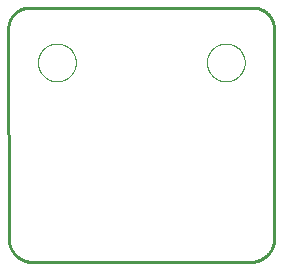
<source format=gbo>
G04 EAGLE Gerber RS-274X export*
G75*
%MOMM*%
%FSLAX34Y34*%
%LPD*%
%INSilk bottom*%
%IPPOS*%
%AMOC8*
5,1,8,0,0,1.08239X$1,22.5*%
G01*
%ADD10C,0.000000*%
%ADD11C,0.254000*%


D10*
X-87500Y64000D02*
X-87495Y64393D01*
X-87481Y64785D01*
X-87457Y65177D01*
X-87423Y65568D01*
X-87380Y65959D01*
X-87327Y66348D01*
X-87264Y66735D01*
X-87193Y67121D01*
X-87111Y67506D01*
X-87021Y67888D01*
X-86920Y68267D01*
X-86811Y68645D01*
X-86692Y69019D01*
X-86565Y69390D01*
X-86428Y69758D01*
X-86282Y70123D01*
X-86127Y70484D01*
X-85964Y70841D01*
X-85792Y71194D01*
X-85611Y71542D01*
X-85421Y71886D01*
X-85224Y72226D01*
X-85018Y72560D01*
X-84804Y72889D01*
X-84581Y73213D01*
X-84351Y73531D01*
X-84114Y73844D01*
X-83868Y74150D01*
X-83615Y74451D01*
X-83355Y74745D01*
X-83088Y75033D01*
X-82814Y75314D01*
X-82533Y75588D01*
X-82245Y75855D01*
X-81951Y76115D01*
X-81650Y76368D01*
X-81344Y76614D01*
X-81031Y76851D01*
X-80713Y77081D01*
X-80389Y77304D01*
X-80060Y77518D01*
X-79726Y77724D01*
X-79386Y77921D01*
X-79042Y78111D01*
X-78694Y78292D01*
X-78341Y78464D01*
X-77984Y78627D01*
X-77623Y78782D01*
X-77258Y78928D01*
X-76890Y79065D01*
X-76519Y79192D01*
X-76145Y79311D01*
X-75767Y79420D01*
X-75388Y79521D01*
X-75006Y79611D01*
X-74621Y79693D01*
X-74235Y79764D01*
X-73848Y79827D01*
X-73459Y79880D01*
X-73068Y79923D01*
X-72677Y79957D01*
X-72285Y79981D01*
X-71893Y79995D01*
X-71500Y80000D01*
X-71107Y79995D01*
X-70715Y79981D01*
X-70323Y79957D01*
X-69932Y79923D01*
X-69541Y79880D01*
X-69152Y79827D01*
X-68765Y79764D01*
X-68379Y79693D01*
X-67994Y79611D01*
X-67612Y79521D01*
X-67233Y79420D01*
X-66855Y79311D01*
X-66481Y79192D01*
X-66110Y79065D01*
X-65742Y78928D01*
X-65377Y78782D01*
X-65016Y78627D01*
X-64659Y78464D01*
X-64306Y78292D01*
X-63958Y78111D01*
X-63614Y77921D01*
X-63274Y77724D01*
X-62940Y77518D01*
X-62611Y77304D01*
X-62287Y77081D01*
X-61969Y76851D01*
X-61656Y76614D01*
X-61350Y76368D01*
X-61049Y76115D01*
X-60755Y75855D01*
X-60467Y75588D01*
X-60186Y75314D01*
X-59912Y75033D01*
X-59645Y74745D01*
X-59385Y74451D01*
X-59132Y74150D01*
X-58886Y73844D01*
X-58649Y73531D01*
X-58419Y73213D01*
X-58196Y72889D01*
X-57982Y72560D01*
X-57776Y72226D01*
X-57579Y71886D01*
X-57389Y71542D01*
X-57208Y71194D01*
X-57036Y70841D01*
X-56873Y70484D01*
X-56718Y70123D01*
X-56572Y69758D01*
X-56435Y69390D01*
X-56308Y69019D01*
X-56189Y68645D01*
X-56080Y68267D01*
X-55979Y67888D01*
X-55889Y67506D01*
X-55807Y67121D01*
X-55736Y66735D01*
X-55673Y66348D01*
X-55620Y65959D01*
X-55577Y65568D01*
X-55543Y65177D01*
X-55519Y64785D01*
X-55505Y64393D01*
X-55500Y64000D01*
X-55505Y63607D01*
X-55519Y63215D01*
X-55543Y62823D01*
X-55577Y62432D01*
X-55620Y62041D01*
X-55673Y61652D01*
X-55736Y61265D01*
X-55807Y60879D01*
X-55889Y60494D01*
X-55979Y60112D01*
X-56080Y59733D01*
X-56189Y59355D01*
X-56308Y58981D01*
X-56435Y58610D01*
X-56572Y58242D01*
X-56718Y57877D01*
X-56873Y57516D01*
X-57036Y57159D01*
X-57208Y56806D01*
X-57389Y56458D01*
X-57579Y56114D01*
X-57776Y55774D01*
X-57982Y55440D01*
X-58196Y55111D01*
X-58419Y54787D01*
X-58649Y54469D01*
X-58886Y54156D01*
X-59132Y53850D01*
X-59385Y53549D01*
X-59645Y53255D01*
X-59912Y52967D01*
X-60186Y52686D01*
X-60467Y52412D01*
X-60755Y52145D01*
X-61049Y51885D01*
X-61350Y51632D01*
X-61656Y51386D01*
X-61969Y51149D01*
X-62287Y50919D01*
X-62611Y50696D01*
X-62940Y50482D01*
X-63274Y50276D01*
X-63614Y50079D01*
X-63958Y49889D01*
X-64306Y49708D01*
X-64659Y49536D01*
X-65016Y49373D01*
X-65377Y49218D01*
X-65742Y49072D01*
X-66110Y48935D01*
X-66481Y48808D01*
X-66855Y48689D01*
X-67233Y48580D01*
X-67612Y48479D01*
X-67994Y48389D01*
X-68379Y48307D01*
X-68765Y48236D01*
X-69152Y48173D01*
X-69541Y48120D01*
X-69932Y48077D01*
X-70323Y48043D01*
X-70715Y48019D01*
X-71107Y48005D01*
X-71500Y48000D01*
X-71893Y48005D01*
X-72285Y48019D01*
X-72677Y48043D01*
X-73068Y48077D01*
X-73459Y48120D01*
X-73848Y48173D01*
X-74235Y48236D01*
X-74621Y48307D01*
X-75006Y48389D01*
X-75388Y48479D01*
X-75767Y48580D01*
X-76145Y48689D01*
X-76519Y48808D01*
X-76890Y48935D01*
X-77258Y49072D01*
X-77623Y49218D01*
X-77984Y49373D01*
X-78341Y49536D01*
X-78694Y49708D01*
X-79042Y49889D01*
X-79386Y50079D01*
X-79726Y50276D01*
X-80060Y50482D01*
X-80389Y50696D01*
X-80713Y50919D01*
X-81031Y51149D01*
X-81344Y51386D01*
X-81650Y51632D01*
X-81951Y51885D01*
X-82245Y52145D01*
X-82533Y52412D01*
X-82814Y52686D01*
X-83088Y52967D01*
X-83355Y53255D01*
X-83615Y53549D01*
X-83868Y53850D01*
X-84114Y54156D01*
X-84351Y54469D01*
X-84581Y54787D01*
X-84804Y55111D01*
X-85018Y55440D01*
X-85224Y55774D01*
X-85421Y56114D01*
X-85611Y56458D01*
X-85792Y56806D01*
X-85964Y57159D01*
X-86127Y57516D01*
X-86282Y57877D01*
X-86428Y58242D01*
X-86565Y58610D01*
X-86692Y58981D01*
X-86811Y59355D01*
X-86920Y59733D01*
X-87021Y60112D01*
X-87111Y60494D01*
X-87193Y60879D01*
X-87264Y61265D01*
X-87327Y61652D01*
X-87380Y62041D01*
X-87423Y62432D01*
X-87457Y62823D01*
X-87481Y63215D01*
X-87495Y63607D01*
X-87500Y64000D01*
X55500Y64000D02*
X55505Y64393D01*
X55519Y64785D01*
X55543Y65177D01*
X55577Y65568D01*
X55620Y65959D01*
X55673Y66348D01*
X55736Y66735D01*
X55807Y67121D01*
X55889Y67506D01*
X55979Y67888D01*
X56080Y68267D01*
X56189Y68645D01*
X56308Y69019D01*
X56435Y69390D01*
X56572Y69758D01*
X56718Y70123D01*
X56873Y70484D01*
X57036Y70841D01*
X57208Y71194D01*
X57389Y71542D01*
X57579Y71886D01*
X57776Y72226D01*
X57982Y72560D01*
X58196Y72889D01*
X58419Y73213D01*
X58649Y73531D01*
X58886Y73844D01*
X59132Y74150D01*
X59385Y74451D01*
X59645Y74745D01*
X59912Y75033D01*
X60186Y75314D01*
X60467Y75588D01*
X60755Y75855D01*
X61049Y76115D01*
X61350Y76368D01*
X61656Y76614D01*
X61969Y76851D01*
X62287Y77081D01*
X62611Y77304D01*
X62940Y77518D01*
X63274Y77724D01*
X63614Y77921D01*
X63958Y78111D01*
X64306Y78292D01*
X64659Y78464D01*
X65016Y78627D01*
X65377Y78782D01*
X65742Y78928D01*
X66110Y79065D01*
X66481Y79192D01*
X66855Y79311D01*
X67233Y79420D01*
X67612Y79521D01*
X67994Y79611D01*
X68379Y79693D01*
X68765Y79764D01*
X69152Y79827D01*
X69541Y79880D01*
X69932Y79923D01*
X70323Y79957D01*
X70715Y79981D01*
X71107Y79995D01*
X71500Y80000D01*
X71893Y79995D01*
X72285Y79981D01*
X72677Y79957D01*
X73068Y79923D01*
X73459Y79880D01*
X73848Y79827D01*
X74235Y79764D01*
X74621Y79693D01*
X75006Y79611D01*
X75388Y79521D01*
X75767Y79420D01*
X76145Y79311D01*
X76519Y79192D01*
X76890Y79065D01*
X77258Y78928D01*
X77623Y78782D01*
X77984Y78627D01*
X78341Y78464D01*
X78694Y78292D01*
X79042Y78111D01*
X79386Y77921D01*
X79726Y77724D01*
X80060Y77518D01*
X80389Y77304D01*
X80713Y77081D01*
X81031Y76851D01*
X81344Y76614D01*
X81650Y76368D01*
X81951Y76115D01*
X82245Y75855D01*
X82533Y75588D01*
X82814Y75314D01*
X83088Y75033D01*
X83355Y74745D01*
X83615Y74451D01*
X83868Y74150D01*
X84114Y73844D01*
X84351Y73531D01*
X84581Y73213D01*
X84804Y72889D01*
X85018Y72560D01*
X85224Y72226D01*
X85421Y71886D01*
X85611Y71542D01*
X85792Y71194D01*
X85964Y70841D01*
X86127Y70484D01*
X86282Y70123D01*
X86428Y69758D01*
X86565Y69390D01*
X86692Y69019D01*
X86811Y68645D01*
X86920Y68267D01*
X87021Y67888D01*
X87111Y67506D01*
X87193Y67121D01*
X87264Y66735D01*
X87327Y66348D01*
X87380Y65959D01*
X87423Y65568D01*
X87457Y65177D01*
X87481Y64785D01*
X87495Y64393D01*
X87500Y64000D01*
X87495Y63607D01*
X87481Y63215D01*
X87457Y62823D01*
X87423Y62432D01*
X87380Y62041D01*
X87327Y61652D01*
X87264Y61265D01*
X87193Y60879D01*
X87111Y60494D01*
X87021Y60112D01*
X86920Y59733D01*
X86811Y59355D01*
X86692Y58981D01*
X86565Y58610D01*
X86428Y58242D01*
X86282Y57877D01*
X86127Y57516D01*
X85964Y57159D01*
X85792Y56806D01*
X85611Y56458D01*
X85421Y56114D01*
X85224Y55774D01*
X85018Y55440D01*
X84804Y55111D01*
X84581Y54787D01*
X84351Y54469D01*
X84114Y54156D01*
X83868Y53850D01*
X83615Y53549D01*
X83355Y53255D01*
X83088Y52967D01*
X82814Y52686D01*
X82533Y52412D01*
X82245Y52145D01*
X81951Y51885D01*
X81650Y51632D01*
X81344Y51386D01*
X81031Y51149D01*
X80713Y50919D01*
X80389Y50696D01*
X80060Y50482D01*
X79726Y50276D01*
X79386Y50079D01*
X79042Y49889D01*
X78694Y49708D01*
X78341Y49536D01*
X77984Y49373D01*
X77623Y49218D01*
X77258Y49072D01*
X76890Y48935D01*
X76519Y48808D01*
X76145Y48689D01*
X75767Y48580D01*
X75388Y48479D01*
X75006Y48389D01*
X74621Y48307D01*
X74235Y48236D01*
X73848Y48173D01*
X73459Y48120D01*
X73068Y48077D01*
X72677Y48043D01*
X72285Y48019D01*
X71893Y48005D01*
X71500Y48000D01*
X71107Y48005D01*
X70715Y48019D01*
X70323Y48043D01*
X69932Y48077D01*
X69541Y48120D01*
X69152Y48173D01*
X68765Y48236D01*
X68379Y48307D01*
X67994Y48389D01*
X67612Y48479D01*
X67233Y48580D01*
X66855Y48689D01*
X66481Y48808D01*
X66110Y48935D01*
X65742Y49072D01*
X65377Y49218D01*
X65016Y49373D01*
X64659Y49536D01*
X64306Y49708D01*
X63958Y49889D01*
X63614Y50079D01*
X63274Y50276D01*
X62940Y50482D01*
X62611Y50696D01*
X62287Y50919D01*
X61969Y51149D01*
X61656Y51386D01*
X61350Y51632D01*
X61049Y51885D01*
X60755Y52145D01*
X60467Y52412D01*
X60186Y52686D01*
X59912Y52967D01*
X59645Y53255D01*
X59385Y53549D01*
X59132Y53850D01*
X58886Y54156D01*
X58649Y54469D01*
X58419Y54787D01*
X58196Y55111D01*
X57982Y55440D01*
X57776Y55774D01*
X57579Y56114D01*
X57389Y56458D01*
X57208Y56806D01*
X57036Y57159D01*
X56873Y57516D01*
X56718Y57877D01*
X56572Y58242D01*
X56435Y58610D01*
X56308Y58981D01*
X56189Y59355D01*
X56080Y59733D01*
X55979Y60112D01*
X55889Y60494D01*
X55807Y60879D01*
X55736Y61265D01*
X55673Y61652D01*
X55620Y62041D01*
X55577Y62432D01*
X55543Y62823D01*
X55519Y63215D01*
X55505Y63607D01*
X55500Y64000D01*
D11*
X112269Y92579D02*
X112500Y-84654D01*
X112269Y92579D02*
X112263Y93015D01*
X112246Y93451D01*
X112219Y93886D01*
X112181Y94320D01*
X112133Y94754D01*
X112073Y95186D01*
X112004Y95616D01*
X111923Y96045D01*
X111832Y96471D01*
X111731Y96895D01*
X111620Y97316D01*
X111498Y97735D01*
X111366Y98151D01*
X111223Y98563D01*
X111071Y98971D01*
X110909Y99376D01*
X110736Y99776D01*
X110554Y100173D01*
X110363Y100564D01*
X110162Y100951D01*
X109951Y101333D01*
X109731Y101709D01*
X109502Y102080D01*
X109264Y102445D01*
X109017Y102805D01*
X108761Y103158D01*
X108497Y103505D01*
X108224Y103845D01*
X107943Y104178D01*
X107654Y104505D01*
X107357Y104824D01*
X107053Y105136D01*
X106740Y105440D01*
X106421Y105736D01*
X106094Y106025D01*
X105760Y106305D01*
X105420Y106578D01*
X105072Y106842D01*
X104719Y107097D01*
X104359Y107343D01*
X103994Y107581D01*
X103622Y107809D01*
X103246Y108029D01*
X102864Y108239D01*
X102476Y108439D01*
X102085Y108630D01*
X101688Y108812D01*
X101287Y108983D01*
X100882Y109145D01*
X100474Y109297D01*
X100061Y109438D01*
X99646Y109570D01*
X99227Y109691D01*
X98805Y109802D01*
X98381Y109903D01*
X97955Y109993D01*
X97526Y110073D01*
X97095Y110142D01*
X96663Y110201D01*
X96230Y110249D01*
X95796Y110286D01*
X95361Y110313D01*
X94925Y110329D01*
X94489Y110334D01*
X-94951Y110334D01*
X-95381Y110329D01*
X-95811Y110313D01*
X-96240Y110287D01*
X-96668Y110251D01*
X-97096Y110204D01*
X-97522Y110147D01*
X-97947Y110080D01*
X-98370Y110002D01*
X-98791Y109914D01*
X-99209Y109817D01*
X-99626Y109708D01*
X-100039Y109590D01*
X-100450Y109462D01*
X-100857Y109324D01*
X-101261Y109177D01*
X-101661Y109019D01*
X-102057Y108852D01*
X-102449Y108676D01*
X-102837Y108490D01*
X-103220Y108294D01*
X-103598Y108090D01*
X-103971Y107876D01*
X-104339Y107653D01*
X-104702Y107422D01*
X-105058Y107182D01*
X-105409Y106933D01*
X-105754Y106676D01*
X-106092Y106411D01*
X-106424Y106137D01*
X-106749Y105856D01*
X-107067Y105566D01*
X-107378Y105270D01*
X-107682Y104965D01*
X-107979Y104654D01*
X-108268Y104335D01*
X-108549Y104010D01*
X-108822Y103678D01*
X-109087Y103339D01*
X-109343Y102994D01*
X-109592Y102643D01*
X-109831Y102286D01*
X-110062Y101923D01*
X-110284Y101555D01*
X-110498Y101181D01*
X-110702Y100803D01*
X-110897Y100420D01*
X-111082Y100032D01*
X-111258Y99639D01*
X-111425Y99243D01*
X-111582Y98843D01*
X-111729Y98439D01*
X-111866Y98031D01*
X-111994Y97621D01*
X-112111Y97207D01*
X-112219Y96791D01*
X-112316Y96372D01*
X-112404Y95951D01*
X-112481Y95528D01*
X-112547Y95103D01*
X-112604Y94677D01*
X-112650Y94249D01*
X-112686Y93820D01*
X-112711Y93391D01*
X-112726Y92961D01*
X-112731Y92531D01*
X-112500Y-84702D01*
X-112493Y-85201D01*
X-112474Y-85699D01*
X-112443Y-86196D01*
X-112400Y-86692D01*
X-112344Y-87188D01*
X-112277Y-87681D01*
X-112197Y-88173D01*
X-112105Y-88663D01*
X-112002Y-89151D01*
X-111886Y-89635D01*
X-111759Y-90117D01*
X-111619Y-90596D01*
X-111468Y-91071D01*
X-111306Y-91542D01*
X-111132Y-92009D01*
X-110946Y-92471D01*
X-110750Y-92929D01*
X-110542Y-93382D01*
X-110323Y-93830D01*
X-110093Y-94272D01*
X-109852Y-94708D01*
X-109601Y-95139D01*
X-109339Y-95563D01*
X-109067Y-95980D01*
X-108785Y-96391D01*
X-108493Y-96795D01*
X-108191Y-97191D01*
X-107879Y-97580D01*
X-107558Y-97961D01*
X-107228Y-98334D01*
X-106888Y-98699D01*
X-106540Y-99056D01*
X-106183Y-99404D01*
X-105818Y-99743D01*
X-105444Y-100072D01*
X-105063Y-100393D01*
X-104674Y-100704D01*
X-104277Y-101006D01*
X-103873Y-101298D01*
X-103462Y-101579D01*
X-103044Y-101851D01*
X-102620Y-102112D01*
X-102189Y-102363D01*
X-101752Y-102603D01*
X-101310Y-102833D01*
X-100862Y-103051D01*
X-100409Y-103259D01*
X-99951Y-103455D01*
X-99488Y-103640D01*
X-99021Y-103813D01*
X-98550Y-103975D01*
X-98074Y-104126D01*
X-97596Y-104265D01*
X-97114Y-104391D01*
X-96629Y-104507D01*
X-96141Y-104610D01*
X-95652Y-104701D01*
X-95159Y-104780D01*
X-94666Y-104847D01*
X-94170Y-104902D01*
X-93674Y-104945D01*
X-93176Y-104975D01*
X-92678Y-104994D01*
X-92180Y-105000D01*
X92180Y-105000D01*
X92671Y-104994D01*
X93163Y-104976D01*
X93653Y-104947D01*
X94143Y-104905D01*
X94631Y-104852D01*
X95118Y-104786D01*
X95604Y-104709D01*
X96087Y-104621D01*
X96568Y-104521D01*
X97047Y-104409D01*
X97522Y-104285D01*
X97995Y-104150D01*
X98464Y-104004D01*
X98930Y-103846D01*
X99391Y-103677D01*
X99848Y-103497D01*
X100301Y-103307D01*
X100749Y-103105D01*
X101192Y-102892D01*
X101630Y-102669D01*
X102062Y-102435D01*
X102489Y-102191D01*
X102909Y-101936D01*
X103324Y-101672D01*
X103731Y-101397D01*
X104132Y-101113D01*
X104526Y-100819D01*
X104913Y-100516D01*
X105292Y-100203D01*
X105664Y-99882D01*
X106027Y-99551D01*
X106383Y-99212D01*
X106730Y-98864D01*
X107069Y-98508D01*
X107399Y-98144D01*
X107720Y-97772D01*
X108032Y-97393D01*
X108335Y-97006D01*
X108628Y-96611D01*
X108912Y-96210D01*
X109186Y-95802D01*
X109450Y-95388D01*
X109704Y-94967D01*
X109947Y-94540D01*
X110181Y-94107D01*
X110403Y-93669D01*
X110616Y-93226D01*
X110817Y-92778D01*
X111007Y-92325D01*
X111187Y-91867D01*
X111355Y-91405D01*
X111512Y-90940D01*
X111658Y-90470D01*
X111792Y-89998D01*
X111915Y-89522D01*
X112026Y-89043D01*
X112126Y-88562D01*
X112214Y-88078D01*
X112290Y-87593D01*
X112355Y-87106D01*
X112407Y-86617D01*
X112448Y-86127D01*
X112477Y-85637D01*
X112495Y-85146D01*
X112500Y-84654D01*
M02*

</source>
